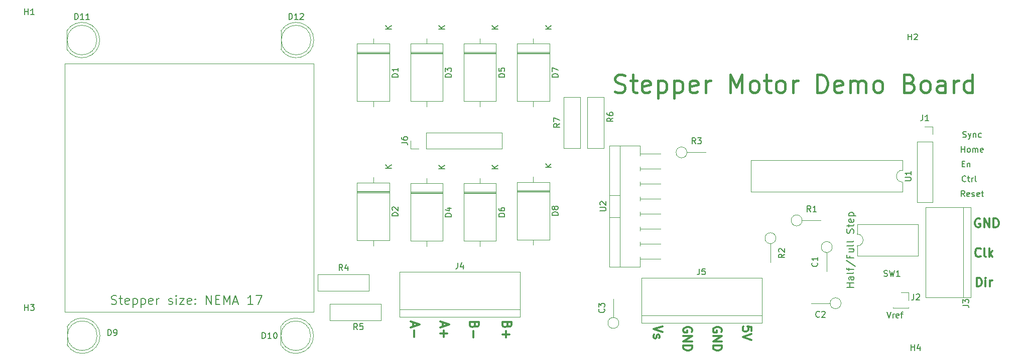
<source format=gto>
G04 #@! TF.GenerationSoftware,KiCad,Pcbnew,(6.0.11)*
G04 #@! TF.CreationDate,2023-02-08T22:03:16+00:00*
G04 #@! TF.ProjectId,StepperDemoPCB,53746570-7065-4724-9465-6d6f5043422e,rev?*
G04 #@! TF.SameCoordinates,Original*
G04 #@! TF.FileFunction,Legend,Top*
G04 #@! TF.FilePolarity,Positive*
%FSLAX46Y46*%
G04 Gerber Fmt 4.6, Leading zero omitted, Abs format (unit mm)*
G04 Created by KiCad (PCBNEW (6.0.11)) date 2023-02-08 22:03:16*
%MOMM*%
%LPD*%
G01*
G04 APERTURE LIST*
%ADD10C,0.300000*%
%ADD11C,0.150000*%
%ADD12C,0.450000*%
%ADD13C,0.120000*%
%ADD14C,24.500000*%
%ADD15C,4.500000*%
%ADD16O,1.700000X1.700000*%
%ADD17R,1.700000X1.700000*%
%ADD18C,7.500000*%
%ADD19C,1.600000*%
%ADD20C,1.400000*%
%ADD21O,1.400000X1.400000*%
%ADD22R,1.800000X1.800000*%
%ADD23C,1.800000*%
%ADD24R,3.200000X3.200000*%
%ADD25O,3.200000X3.200000*%
%ADD26R,3.000000X3.000000*%
%ADD27C,3.000000*%
%ADD28R,1.600000X1.600000*%
%ADD29O,1.600000X1.600000*%
%ADD30O,1.800000X1.800000*%
G04 APERTURE END LIST*
D10*
X200357142Y-74250000D02*
X200214285Y-74178571D01*
X200000000Y-74178571D01*
X199785714Y-74250000D01*
X199642857Y-74392857D01*
X199571428Y-74535714D01*
X199500000Y-74821428D01*
X199500000Y-75035714D01*
X199571428Y-75321428D01*
X199642857Y-75464285D01*
X199785714Y-75607142D01*
X200000000Y-75678571D01*
X200142857Y-75678571D01*
X200357142Y-75607142D01*
X200428571Y-75535714D01*
X200428571Y-75035714D01*
X200142857Y-75035714D01*
X201071428Y-75678571D02*
X201071428Y-74178571D01*
X201928571Y-75678571D01*
X201928571Y-74178571D01*
X202642857Y-75678571D02*
X202642857Y-74178571D01*
X203000000Y-74178571D01*
X203214285Y-74250000D01*
X203357142Y-74392857D01*
X203428571Y-74535714D01*
X203500000Y-74821428D01*
X203500000Y-75035714D01*
X203428571Y-75321428D01*
X203357142Y-75464285D01*
X203214285Y-75607142D01*
X203000000Y-75678571D01*
X202642857Y-75678571D01*
X200464285Y-80535714D02*
X200392857Y-80607142D01*
X200178571Y-80678571D01*
X200035714Y-80678571D01*
X199821428Y-80607142D01*
X199678571Y-80464285D01*
X199607142Y-80321428D01*
X199535714Y-80035714D01*
X199535714Y-79821428D01*
X199607142Y-79535714D01*
X199678571Y-79392857D01*
X199821428Y-79250000D01*
X200035714Y-79178571D01*
X200178571Y-79178571D01*
X200392857Y-79250000D01*
X200464285Y-79321428D01*
X201321428Y-80678571D02*
X201178571Y-80607142D01*
X201107142Y-80464285D01*
X201107142Y-79178571D01*
X201892857Y-80678571D02*
X201892857Y-79178571D01*
X202035714Y-80107142D02*
X202464285Y-80678571D01*
X202464285Y-79678571D02*
X201892857Y-80250000D01*
X115107142Y-92178571D02*
X115035714Y-92392857D01*
X114964285Y-92464285D01*
X114821428Y-92535714D01*
X114607142Y-92535714D01*
X114464285Y-92464285D01*
X114392857Y-92392857D01*
X114321428Y-92250000D01*
X114321428Y-91678571D01*
X115821428Y-91678571D01*
X115821428Y-92178571D01*
X115750000Y-92321428D01*
X115678571Y-92392857D01*
X115535714Y-92464285D01*
X115392857Y-92464285D01*
X115250000Y-92392857D01*
X115178571Y-92321428D01*
X115107142Y-92178571D01*
X115107142Y-91678571D01*
X114892857Y-93178571D02*
X114892857Y-94321428D01*
D11*
X184642857Y-89952380D02*
X184976190Y-90952380D01*
X185309523Y-89952380D01*
X185642857Y-90952380D02*
X185642857Y-90285714D01*
X185642857Y-90476190D02*
X185690476Y-90380952D01*
X185738095Y-90333333D01*
X185833333Y-90285714D01*
X185928571Y-90285714D01*
X186642857Y-90904761D02*
X186547619Y-90952380D01*
X186357142Y-90952380D01*
X186261904Y-90904761D01*
X186214285Y-90809523D01*
X186214285Y-90428571D01*
X186261904Y-90333333D01*
X186357142Y-90285714D01*
X186547619Y-90285714D01*
X186642857Y-90333333D01*
X186690476Y-90428571D01*
X186690476Y-90523809D01*
X186214285Y-90619047D01*
X186976190Y-90285714D02*
X187357142Y-90285714D01*
X187119047Y-90952380D02*
X187119047Y-90095238D01*
X187166666Y-90000000D01*
X187261904Y-89952380D01*
X187357142Y-89952380D01*
D10*
X109750000Y-91714285D02*
X109750000Y-92428571D01*
X109321428Y-91571428D02*
X110821428Y-92071428D01*
X109321428Y-92571428D01*
X109892857Y-93071428D02*
X109892857Y-94214285D01*
X109321428Y-93642857D02*
X110464285Y-93642857D01*
X104750000Y-91714285D02*
X104750000Y-92428571D01*
X104321428Y-91571428D02*
X105821428Y-92071428D01*
X104321428Y-92571428D01*
X104892857Y-93071428D02*
X104892857Y-94214285D01*
X120607142Y-92178571D02*
X120535714Y-92392857D01*
X120464285Y-92464285D01*
X120321428Y-92535714D01*
X120107142Y-92535714D01*
X119964285Y-92464285D01*
X119892857Y-92392857D01*
X119821428Y-92250000D01*
X119821428Y-91678571D01*
X121321428Y-91678571D01*
X121321428Y-92178571D01*
X121250000Y-92321428D01*
X121178571Y-92392857D01*
X121035714Y-92464285D01*
X120892857Y-92464285D01*
X120750000Y-92392857D01*
X120678571Y-92321428D01*
X120607142Y-92178571D01*
X120607142Y-91678571D01*
X120392857Y-93178571D02*
X120392857Y-94321428D01*
X119821428Y-93750000D02*
X120964285Y-93750000D01*
X146821428Y-92392857D02*
X145321428Y-92892857D01*
X146821428Y-93392857D01*
X145392857Y-93821428D02*
X145321428Y-93964285D01*
X145321428Y-94250000D01*
X145392857Y-94392857D01*
X145535714Y-94464285D01*
X145607142Y-94464285D01*
X145750000Y-94392857D01*
X145821428Y-94250000D01*
X145821428Y-94035714D01*
X145892857Y-93892857D01*
X146035714Y-93821428D01*
X146107142Y-93821428D01*
X146250000Y-93892857D01*
X146321428Y-94035714D01*
X146321428Y-94250000D01*
X146250000Y-94392857D01*
X161821428Y-93214285D02*
X161821428Y-92500000D01*
X161107142Y-92428571D01*
X161178571Y-92500000D01*
X161250000Y-92642857D01*
X161250000Y-93000000D01*
X161178571Y-93142857D01*
X161107142Y-93214285D01*
X160964285Y-93285714D01*
X160607142Y-93285714D01*
X160464285Y-93214285D01*
X160392857Y-93142857D01*
X160321428Y-93000000D01*
X160321428Y-92642857D01*
X160392857Y-92500000D01*
X160464285Y-92428571D01*
X161821428Y-93714285D02*
X160321428Y-94214285D01*
X161821428Y-94714285D01*
X156750000Y-93357142D02*
X156821428Y-93214285D01*
X156821428Y-93000000D01*
X156750000Y-92785714D01*
X156607142Y-92642857D01*
X156464285Y-92571428D01*
X156178571Y-92500000D01*
X155964285Y-92500000D01*
X155678571Y-92571428D01*
X155535714Y-92642857D01*
X155392857Y-92785714D01*
X155321428Y-93000000D01*
X155321428Y-93142857D01*
X155392857Y-93357142D01*
X155464285Y-93428571D01*
X155964285Y-93428571D01*
X155964285Y-93142857D01*
X155321428Y-94071428D02*
X156821428Y-94071428D01*
X155321428Y-94928571D01*
X156821428Y-94928571D01*
X155321428Y-95642857D02*
X156821428Y-95642857D01*
X156821428Y-96000000D01*
X156750000Y-96214285D01*
X156607142Y-96357142D01*
X156464285Y-96428571D01*
X156178571Y-96500000D01*
X155964285Y-96500000D01*
X155678571Y-96428571D01*
X155535714Y-96357142D01*
X155392857Y-96214285D01*
X155321428Y-96000000D01*
X155321428Y-95642857D01*
X151750000Y-93357142D02*
X151821428Y-93214285D01*
X151821428Y-93000000D01*
X151750000Y-92785714D01*
X151607142Y-92642857D01*
X151464285Y-92571428D01*
X151178571Y-92500000D01*
X150964285Y-92500000D01*
X150678571Y-92571428D01*
X150535714Y-92642857D01*
X150392857Y-92785714D01*
X150321428Y-93000000D01*
X150321428Y-93142857D01*
X150392857Y-93357142D01*
X150464285Y-93428571D01*
X150964285Y-93428571D01*
X150964285Y-93142857D01*
X150321428Y-94071428D02*
X151821428Y-94071428D01*
X150321428Y-94928571D01*
X151821428Y-94928571D01*
X150321428Y-95642857D02*
X151821428Y-95642857D01*
X151821428Y-96000000D01*
X151750000Y-96214285D01*
X151607142Y-96357142D01*
X151464285Y-96428571D01*
X151178571Y-96500000D01*
X150964285Y-96500000D01*
X150678571Y-96428571D01*
X150535714Y-96357142D01*
X150392857Y-96214285D01*
X150321428Y-96000000D01*
X150321428Y-95642857D01*
D12*
X138785714Y-52714285D02*
X139214285Y-52857142D01*
X139928571Y-52857142D01*
X140214285Y-52714285D01*
X140357142Y-52571428D01*
X140500000Y-52285714D01*
X140500000Y-52000000D01*
X140357142Y-51714285D01*
X140214285Y-51571428D01*
X139928571Y-51428571D01*
X139357142Y-51285714D01*
X139071428Y-51142857D01*
X138928571Y-51000000D01*
X138785714Y-50714285D01*
X138785714Y-50428571D01*
X138928571Y-50142857D01*
X139071428Y-50000000D01*
X139357142Y-49857142D01*
X140071428Y-49857142D01*
X140500000Y-50000000D01*
X141357142Y-50857142D02*
X142500000Y-50857142D01*
X141785714Y-49857142D02*
X141785714Y-52428571D01*
X141928571Y-52714285D01*
X142214285Y-52857142D01*
X142500000Y-52857142D01*
X144642857Y-52714285D02*
X144357142Y-52857142D01*
X143785714Y-52857142D01*
X143500000Y-52714285D01*
X143357142Y-52428571D01*
X143357142Y-51285714D01*
X143500000Y-51000000D01*
X143785714Y-50857142D01*
X144357142Y-50857142D01*
X144642857Y-51000000D01*
X144785714Y-51285714D01*
X144785714Y-51571428D01*
X143357142Y-51857142D01*
X146071428Y-50857142D02*
X146071428Y-53857142D01*
X146071428Y-51000000D02*
X146357142Y-50857142D01*
X146928571Y-50857142D01*
X147214285Y-51000000D01*
X147357142Y-51142857D01*
X147500000Y-51428571D01*
X147500000Y-52285714D01*
X147357142Y-52571428D01*
X147214285Y-52714285D01*
X146928571Y-52857142D01*
X146357142Y-52857142D01*
X146071428Y-52714285D01*
X148785714Y-50857142D02*
X148785714Y-53857142D01*
X148785714Y-51000000D02*
X149071428Y-50857142D01*
X149642857Y-50857142D01*
X149928571Y-51000000D01*
X150071428Y-51142857D01*
X150214285Y-51428571D01*
X150214285Y-52285714D01*
X150071428Y-52571428D01*
X149928571Y-52714285D01*
X149642857Y-52857142D01*
X149071428Y-52857142D01*
X148785714Y-52714285D01*
X152642857Y-52714285D02*
X152357142Y-52857142D01*
X151785714Y-52857142D01*
X151500000Y-52714285D01*
X151357142Y-52428571D01*
X151357142Y-51285714D01*
X151500000Y-51000000D01*
X151785714Y-50857142D01*
X152357142Y-50857142D01*
X152642857Y-51000000D01*
X152785714Y-51285714D01*
X152785714Y-51571428D01*
X151357142Y-51857142D01*
X154071428Y-52857142D02*
X154071428Y-50857142D01*
X154071428Y-51428571D02*
X154214285Y-51142857D01*
X154357142Y-51000000D01*
X154642857Y-50857142D01*
X154928571Y-50857142D01*
X158214285Y-52857142D02*
X158214285Y-49857142D01*
X159214285Y-52000000D01*
X160214285Y-49857142D01*
X160214285Y-52857142D01*
X162071428Y-52857142D02*
X161785714Y-52714285D01*
X161642857Y-52571428D01*
X161500000Y-52285714D01*
X161500000Y-51428571D01*
X161642857Y-51142857D01*
X161785714Y-51000000D01*
X162071428Y-50857142D01*
X162500000Y-50857142D01*
X162785714Y-51000000D01*
X162928571Y-51142857D01*
X163071428Y-51428571D01*
X163071428Y-52285714D01*
X162928571Y-52571428D01*
X162785714Y-52714285D01*
X162500000Y-52857142D01*
X162071428Y-52857142D01*
X163928571Y-50857142D02*
X165071428Y-50857142D01*
X164357142Y-49857142D02*
X164357142Y-52428571D01*
X164500000Y-52714285D01*
X164785714Y-52857142D01*
X165071428Y-52857142D01*
X166499999Y-52857142D02*
X166214285Y-52714285D01*
X166071428Y-52571428D01*
X165928571Y-52285714D01*
X165928571Y-51428571D01*
X166071428Y-51142857D01*
X166214285Y-51000000D01*
X166499999Y-50857142D01*
X166928571Y-50857142D01*
X167214285Y-51000000D01*
X167357142Y-51142857D01*
X167499999Y-51428571D01*
X167499999Y-52285714D01*
X167357142Y-52571428D01*
X167214285Y-52714285D01*
X166928571Y-52857142D01*
X166499999Y-52857142D01*
X168785714Y-52857142D02*
X168785714Y-50857142D01*
X168785714Y-51428571D02*
X168928571Y-51142857D01*
X169071428Y-51000000D01*
X169357142Y-50857142D01*
X169642857Y-50857142D01*
X172928571Y-52857142D02*
X172928571Y-49857142D01*
X173642857Y-49857142D01*
X174071428Y-50000000D01*
X174357142Y-50285714D01*
X174499999Y-50571428D01*
X174642857Y-51142857D01*
X174642857Y-51571428D01*
X174499999Y-52142857D01*
X174357142Y-52428571D01*
X174071428Y-52714285D01*
X173642857Y-52857142D01*
X172928571Y-52857142D01*
X177071428Y-52714285D02*
X176785714Y-52857142D01*
X176214285Y-52857142D01*
X175928571Y-52714285D01*
X175785714Y-52428571D01*
X175785714Y-51285714D01*
X175928571Y-51000000D01*
X176214285Y-50857142D01*
X176785714Y-50857142D01*
X177071428Y-51000000D01*
X177214285Y-51285714D01*
X177214285Y-51571428D01*
X175785714Y-51857142D01*
X178500000Y-52857142D02*
X178500000Y-50857142D01*
X178500000Y-51142857D02*
X178642857Y-51000000D01*
X178928571Y-50857142D01*
X179357142Y-50857142D01*
X179642857Y-51000000D01*
X179785714Y-51285714D01*
X179785714Y-52857142D01*
X179785714Y-51285714D02*
X179928571Y-51000000D01*
X180214285Y-50857142D01*
X180642857Y-50857142D01*
X180928571Y-51000000D01*
X181071428Y-51285714D01*
X181071428Y-52857142D01*
X182928571Y-52857142D02*
X182642857Y-52714285D01*
X182500000Y-52571428D01*
X182357142Y-52285714D01*
X182357142Y-51428571D01*
X182500000Y-51142857D01*
X182642857Y-51000000D01*
X182928571Y-50857142D01*
X183357142Y-50857142D01*
X183642857Y-51000000D01*
X183785714Y-51142857D01*
X183928571Y-51428571D01*
X183928571Y-52285714D01*
X183785714Y-52571428D01*
X183642857Y-52714285D01*
X183357142Y-52857142D01*
X182928571Y-52857142D01*
X188500000Y-51285714D02*
X188928571Y-51428571D01*
X189071428Y-51571428D01*
X189214285Y-51857142D01*
X189214285Y-52285714D01*
X189071428Y-52571428D01*
X188928571Y-52714285D01*
X188642857Y-52857142D01*
X187500000Y-52857142D01*
X187500000Y-49857142D01*
X188500000Y-49857142D01*
X188785714Y-50000000D01*
X188928571Y-50142857D01*
X189071428Y-50428571D01*
X189071428Y-50714285D01*
X188928571Y-51000000D01*
X188785714Y-51142857D01*
X188500000Y-51285714D01*
X187500000Y-51285714D01*
X190928571Y-52857142D02*
X190642857Y-52714285D01*
X190500000Y-52571428D01*
X190357142Y-52285714D01*
X190357142Y-51428571D01*
X190500000Y-51142857D01*
X190642857Y-51000000D01*
X190928571Y-50857142D01*
X191357142Y-50857142D01*
X191642857Y-51000000D01*
X191785714Y-51142857D01*
X191928571Y-51428571D01*
X191928571Y-52285714D01*
X191785714Y-52571428D01*
X191642857Y-52714285D01*
X191357142Y-52857142D01*
X190928571Y-52857142D01*
X194500000Y-52857142D02*
X194500000Y-51285714D01*
X194357142Y-51000000D01*
X194071428Y-50857142D01*
X193500000Y-50857142D01*
X193214285Y-51000000D01*
X194500000Y-52714285D02*
X194214285Y-52857142D01*
X193500000Y-52857142D01*
X193214285Y-52714285D01*
X193071428Y-52428571D01*
X193071428Y-52142857D01*
X193214285Y-51857142D01*
X193500000Y-51714285D01*
X194214285Y-51714285D01*
X194500000Y-51571428D01*
X195928571Y-52857142D02*
X195928571Y-50857142D01*
X195928571Y-51428571D02*
X196071428Y-51142857D01*
X196214285Y-51000000D01*
X196500000Y-50857142D01*
X196785714Y-50857142D01*
X199071428Y-52857142D02*
X199071428Y-49857142D01*
X199071428Y-52714285D02*
X198785714Y-52857142D01*
X198214285Y-52857142D01*
X197928571Y-52714285D01*
X197785714Y-52571428D01*
X197642857Y-52285714D01*
X197642857Y-51428571D01*
X197785714Y-51142857D01*
X197928571Y-51000000D01*
X198214285Y-50857142D01*
X198785714Y-50857142D01*
X199071428Y-51000000D01*
D11*
X197761904Y-70452380D02*
X197428571Y-69976190D01*
X197190476Y-70452380D02*
X197190476Y-69452380D01*
X197571428Y-69452380D01*
X197666666Y-69500000D01*
X197714285Y-69547619D01*
X197761904Y-69642857D01*
X197761904Y-69785714D01*
X197714285Y-69880952D01*
X197666666Y-69928571D01*
X197571428Y-69976190D01*
X197190476Y-69976190D01*
X198571428Y-70404761D02*
X198476190Y-70452380D01*
X198285714Y-70452380D01*
X198190476Y-70404761D01*
X198142857Y-70309523D01*
X198142857Y-69928571D01*
X198190476Y-69833333D01*
X198285714Y-69785714D01*
X198476190Y-69785714D01*
X198571428Y-69833333D01*
X198619047Y-69928571D01*
X198619047Y-70023809D01*
X198142857Y-70119047D01*
X199000000Y-70404761D02*
X199095238Y-70452380D01*
X199285714Y-70452380D01*
X199380952Y-70404761D01*
X199428571Y-70309523D01*
X199428571Y-70261904D01*
X199380952Y-70166666D01*
X199285714Y-70119047D01*
X199142857Y-70119047D01*
X199047619Y-70071428D01*
X199000000Y-69976190D01*
X199000000Y-69928571D01*
X199047619Y-69833333D01*
X199142857Y-69785714D01*
X199285714Y-69785714D01*
X199380952Y-69833333D01*
X200238095Y-70404761D02*
X200142857Y-70452380D01*
X199952380Y-70452380D01*
X199857142Y-70404761D01*
X199809523Y-70309523D01*
X199809523Y-69928571D01*
X199857142Y-69833333D01*
X199952380Y-69785714D01*
X200142857Y-69785714D01*
X200238095Y-69833333D01*
X200285714Y-69928571D01*
X200285714Y-70023809D01*
X199809523Y-70119047D01*
X200571428Y-69785714D02*
X200952380Y-69785714D01*
X200714285Y-69452380D02*
X200714285Y-70309523D01*
X200761904Y-70404761D01*
X200857142Y-70452380D01*
X200952380Y-70452380D01*
X197952380Y-67857142D02*
X197904761Y-67904761D01*
X197761904Y-67952380D01*
X197666666Y-67952380D01*
X197523809Y-67904761D01*
X197428571Y-67809523D01*
X197380952Y-67714285D01*
X197333333Y-67523809D01*
X197333333Y-67380952D01*
X197380952Y-67190476D01*
X197428571Y-67095238D01*
X197523809Y-67000000D01*
X197666666Y-66952380D01*
X197761904Y-66952380D01*
X197904761Y-67000000D01*
X197952380Y-67047619D01*
X198238095Y-67285714D02*
X198619047Y-67285714D01*
X198380952Y-66952380D02*
X198380952Y-67809523D01*
X198428571Y-67904761D01*
X198523809Y-67952380D01*
X198619047Y-67952380D01*
X198952380Y-67952380D02*
X198952380Y-67285714D01*
X198952380Y-67476190D02*
X199000000Y-67380952D01*
X199047619Y-67333333D01*
X199142857Y-67285714D01*
X199238095Y-67285714D01*
X199714285Y-67952380D02*
X199619047Y-67904761D01*
X199571428Y-67809523D01*
X199571428Y-66952380D01*
X197333333Y-64928571D02*
X197666666Y-64928571D01*
X197809523Y-65452380D02*
X197333333Y-65452380D01*
X197333333Y-64452380D01*
X197809523Y-64452380D01*
X198238095Y-64785714D02*
X198238095Y-65452380D01*
X198238095Y-64880952D02*
X198285714Y-64833333D01*
X198380952Y-64785714D01*
X198523809Y-64785714D01*
X198619047Y-64833333D01*
X198666666Y-64928571D01*
X198666666Y-65452380D01*
X197166666Y-62952380D02*
X197166666Y-61952380D01*
X197166666Y-62428571D02*
X197738095Y-62428571D01*
X197738095Y-62952380D02*
X197738095Y-61952380D01*
X198357142Y-62952380D02*
X198261904Y-62904761D01*
X198214285Y-62857142D01*
X198166666Y-62761904D01*
X198166666Y-62476190D01*
X198214285Y-62380952D01*
X198261904Y-62333333D01*
X198357142Y-62285714D01*
X198500000Y-62285714D01*
X198595238Y-62333333D01*
X198642857Y-62380952D01*
X198690476Y-62476190D01*
X198690476Y-62761904D01*
X198642857Y-62857142D01*
X198595238Y-62904761D01*
X198500000Y-62952380D01*
X198357142Y-62952380D01*
X199119047Y-62952380D02*
X199119047Y-62285714D01*
X199119047Y-62380952D02*
X199166666Y-62333333D01*
X199261904Y-62285714D01*
X199404761Y-62285714D01*
X199500000Y-62333333D01*
X199547619Y-62428571D01*
X199547619Y-62952380D01*
X199547619Y-62428571D02*
X199595238Y-62333333D01*
X199690476Y-62285714D01*
X199833333Y-62285714D01*
X199928571Y-62333333D01*
X199976190Y-62428571D01*
X199976190Y-62952380D01*
X200833333Y-62904761D02*
X200738095Y-62952380D01*
X200547619Y-62952380D01*
X200452380Y-62904761D01*
X200404761Y-62809523D01*
X200404761Y-62428571D01*
X200452380Y-62333333D01*
X200547619Y-62285714D01*
X200738095Y-62285714D01*
X200833333Y-62333333D01*
X200880952Y-62428571D01*
X200880952Y-62523809D01*
X200404761Y-62619047D01*
X197452380Y-60404761D02*
X197595238Y-60452380D01*
X197833333Y-60452380D01*
X197928571Y-60404761D01*
X197976190Y-60357142D01*
X198023809Y-60261904D01*
X198023809Y-60166666D01*
X197976190Y-60071428D01*
X197928571Y-60023809D01*
X197833333Y-59976190D01*
X197642857Y-59928571D01*
X197547619Y-59880952D01*
X197500000Y-59833333D01*
X197452380Y-59738095D01*
X197452380Y-59642857D01*
X197500000Y-59547619D01*
X197547619Y-59500000D01*
X197642857Y-59452380D01*
X197880952Y-59452380D01*
X198023809Y-59500000D01*
X198357142Y-59785714D02*
X198595238Y-60452380D01*
X198833333Y-59785714D02*
X198595238Y-60452380D01*
X198500000Y-60690476D01*
X198452380Y-60738095D01*
X198357142Y-60785714D01*
X199214285Y-59785714D02*
X199214285Y-60452380D01*
X199214285Y-59880952D02*
X199261904Y-59833333D01*
X199357142Y-59785714D01*
X199500000Y-59785714D01*
X199595238Y-59833333D01*
X199642857Y-59928571D01*
X199642857Y-60452380D01*
X200547619Y-60404761D02*
X200452380Y-60452380D01*
X200261904Y-60452380D01*
X200166666Y-60404761D01*
X200119047Y-60357142D01*
X200071428Y-60261904D01*
X200071428Y-59976190D01*
X200119047Y-59880952D01*
X200166666Y-59833333D01*
X200261904Y-59785714D01*
X200452380Y-59785714D01*
X200547619Y-59833333D01*
D10*
X199785714Y-85678571D02*
X199785714Y-84178571D01*
X200142857Y-84178571D01*
X200357142Y-84250000D01*
X200500000Y-84392857D01*
X200571428Y-84535714D01*
X200642857Y-84821428D01*
X200642857Y-85035714D01*
X200571428Y-85321428D01*
X200500000Y-85464285D01*
X200357142Y-85607142D01*
X200142857Y-85678571D01*
X199785714Y-85678571D01*
X201285714Y-85678571D02*
X201285714Y-84678571D01*
X201285714Y-84178571D02*
X201214285Y-84250000D01*
X201285714Y-84321428D01*
X201357142Y-84250000D01*
X201285714Y-84178571D01*
X201285714Y-84321428D01*
X202000000Y-85678571D02*
X202000000Y-84678571D01*
X202000000Y-84964285D02*
X202071428Y-84821428D01*
X202142857Y-84750000D01*
X202285714Y-84678571D01*
X202428571Y-84678571D01*
D11*
X179042857Y-85785714D02*
X177842857Y-85785714D01*
X178414285Y-85785714D02*
X178414285Y-85100000D01*
X179042857Y-85100000D02*
X177842857Y-85100000D01*
X179042857Y-84014285D02*
X178414285Y-84014285D01*
X178300000Y-84071428D01*
X178242857Y-84185714D01*
X178242857Y-84414285D01*
X178300000Y-84528571D01*
X178985714Y-84014285D02*
X179042857Y-84128571D01*
X179042857Y-84414285D01*
X178985714Y-84528571D01*
X178871428Y-84585714D01*
X178757142Y-84585714D01*
X178642857Y-84528571D01*
X178585714Y-84414285D01*
X178585714Y-84128571D01*
X178528571Y-84014285D01*
X179042857Y-83271428D02*
X178985714Y-83385714D01*
X178871428Y-83442857D01*
X177842857Y-83442857D01*
X178242857Y-82985714D02*
X178242857Y-82528571D01*
X179042857Y-82814285D02*
X178014285Y-82814285D01*
X177900000Y-82757142D01*
X177842857Y-82642857D01*
X177842857Y-82528571D01*
X177785714Y-81271428D02*
X179328571Y-82300000D01*
X178414285Y-80471428D02*
X178414285Y-80871428D01*
X179042857Y-80871428D02*
X177842857Y-80871428D01*
X177842857Y-80300000D01*
X178242857Y-79328571D02*
X179042857Y-79328571D01*
X178242857Y-79842857D02*
X178871428Y-79842857D01*
X178985714Y-79785714D01*
X179042857Y-79671428D01*
X179042857Y-79500000D01*
X178985714Y-79385714D01*
X178928571Y-79328571D01*
X179042857Y-78585714D02*
X178985714Y-78700000D01*
X178871428Y-78757142D01*
X177842857Y-78757142D01*
X179042857Y-77957142D02*
X178985714Y-78071428D01*
X178871428Y-78128571D01*
X177842857Y-78128571D01*
X178985714Y-76642857D02*
X179042857Y-76471428D01*
X179042857Y-76185714D01*
X178985714Y-76071428D01*
X178928571Y-76014285D01*
X178814285Y-75957142D01*
X178700000Y-75957142D01*
X178585714Y-76014285D01*
X178528571Y-76071428D01*
X178471428Y-76185714D01*
X178414285Y-76414285D01*
X178357142Y-76528571D01*
X178300000Y-76585714D01*
X178185714Y-76642857D01*
X178071428Y-76642857D01*
X177957142Y-76585714D01*
X177900000Y-76528571D01*
X177842857Y-76414285D01*
X177842857Y-76128571D01*
X177900000Y-75957142D01*
X178242857Y-75614285D02*
X178242857Y-75157142D01*
X177842857Y-75442857D02*
X178871428Y-75442857D01*
X178985714Y-75385714D01*
X179042857Y-75271428D01*
X179042857Y-75157142D01*
X178985714Y-74300000D02*
X179042857Y-74414285D01*
X179042857Y-74642857D01*
X178985714Y-74757142D01*
X178871428Y-74814285D01*
X178414285Y-74814285D01*
X178300000Y-74757142D01*
X178242857Y-74642857D01*
X178242857Y-74414285D01*
X178300000Y-74300000D01*
X178414285Y-74242857D01*
X178528571Y-74242857D01*
X178642857Y-74814285D01*
X178242857Y-73728571D02*
X179442857Y-73728571D01*
X178300000Y-73728571D02*
X178242857Y-73614285D01*
X178242857Y-73385714D01*
X178300000Y-73271428D01*
X178357142Y-73214285D01*
X178471428Y-73157142D01*
X178814285Y-73157142D01*
X178928571Y-73214285D01*
X178985714Y-73271428D01*
X179042857Y-73385714D01*
X179042857Y-73614285D01*
X178985714Y-73728571D01*
X53857142Y-88607142D02*
X54071428Y-88678571D01*
X54428571Y-88678571D01*
X54571428Y-88607142D01*
X54642857Y-88535714D01*
X54714285Y-88392857D01*
X54714285Y-88250000D01*
X54642857Y-88107142D01*
X54571428Y-88035714D01*
X54428571Y-87964285D01*
X54142857Y-87892857D01*
X53999999Y-87821428D01*
X53928571Y-87750000D01*
X53857142Y-87607142D01*
X53857142Y-87464285D01*
X53928571Y-87321428D01*
X53999999Y-87250000D01*
X54142857Y-87178571D01*
X54499999Y-87178571D01*
X54714285Y-87250000D01*
X55142857Y-87678571D02*
X55714285Y-87678571D01*
X55357142Y-87178571D02*
X55357142Y-88464285D01*
X55428571Y-88607142D01*
X55571428Y-88678571D01*
X55714285Y-88678571D01*
X56785714Y-88607142D02*
X56642857Y-88678571D01*
X56357142Y-88678571D01*
X56214285Y-88607142D01*
X56142857Y-88464285D01*
X56142857Y-87892857D01*
X56214285Y-87750000D01*
X56357142Y-87678571D01*
X56642857Y-87678571D01*
X56785714Y-87750000D01*
X56857142Y-87892857D01*
X56857142Y-88035714D01*
X56142857Y-88178571D01*
X57499999Y-87678571D02*
X57499999Y-89178571D01*
X57499999Y-87750000D02*
X57642857Y-87678571D01*
X57928571Y-87678571D01*
X58071428Y-87750000D01*
X58142857Y-87821428D01*
X58214285Y-87964285D01*
X58214285Y-88392857D01*
X58142857Y-88535714D01*
X58071428Y-88607142D01*
X57928571Y-88678571D01*
X57642857Y-88678571D01*
X57499999Y-88607142D01*
X58857142Y-87678571D02*
X58857142Y-89178571D01*
X58857142Y-87750000D02*
X58999999Y-87678571D01*
X59285714Y-87678571D01*
X59428571Y-87750000D01*
X59499999Y-87821428D01*
X59571428Y-87964285D01*
X59571428Y-88392857D01*
X59499999Y-88535714D01*
X59428571Y-88607142D01*
X59285714Y-88678571D01*
X58999999Y-88678571D01*
X58857142Y-88607142D01*
X60785714Y-88607142D02*
X60642857Y-88678571D01*
X60357142Y-88678571D01*
X60214285Y-88607142D01*
X60142857Y-88464285D01*
X60142857Y-87892857D01*
X60214285Y-87750000D01*
X60357142Y-87678571D01*
X60642857Y-87678571D01*
X60785714Y-87750000D01*
X60857142Y-87892857D01*
X60857142Y-88035714D01*
X60142857Y-88178571D01*
X61499999Y-88678571D02*
X61499999Y-87678571D01*
X61499999Y-87964285D02*
X61571428Y-87821428D01*
X61642857Y-87750000D01*
X61785714Y-87678571D01*
X61928571Y-87678571D01*
X63499999Y-88607142D02*
X63642857Y-88678571D01*
X63928571Y-88678571D01*
X64071428Y-88607142D01*
X64142857Y-88464285D01*
X64142857Y-88392857D01*
X64071428Y-88250000D01*
X63928571Y-88178571D01*
X63714285Y-88178571D01*
X63571428Y-88107142D01*
X63499999Y-87964285D01*
X63499999Y-87892857D01*
X63571428Y-87750000D01*
X63714285Y-87678571D01*
X63928571Y-87678571D01*
X64071428Y-87750000D01*
X64785714Y-88678571D02*
X64785714Y-87678571D01*
X64785714Y-87178571D02*
X64714285Y-87250000D01*
X64785714Y-87321428D01*
X64857142Y-87250000D01*
X64785714Y-87178571D01*
X64785714Y-87321428D01*
X65357142Y-87678571D02*
X66142857Y-87678571D01*
X65357142Y-88678571D01*
X66142857Y-88678571D01*
X67285714Y-88607142D02*
X67142857Y-88678571D01*
X66857142Y-88678571D01*
X66714285Y-88607142D01*
X66642857Y-88464285D01*
X66642857Y-87892857D01*
X66714285Y-87750000D01*
X66857142Y-87678571D01*
X67142857Y-87678571D01*
X67285714Y-87750000D01*
X67357142Y-87892857D01*
X67357142Y-88035714D01*
X66642857Y-88178571D01*
X68000000Y-88535714D02*
X68071428Y-88607142D01*
X68000000Y-88678571D01*
X67928571Y-88607142D01*
X68000000Y-88535714D01*
X68000000Y-88678571D01*
X68000000Y-87750000D02*
X68071428Y-87821428D01*
X68000000Y-87892857D01*
X67928571Y-87821428D01*
X68000000Y-87750000D01*
X68000000Y-87892857D01*
X69857142Y-88678571D02*
X69857142Y-87178571D01*
X70714285Y-88678571D01*
X70714285Y-87178571D01*
X71428571Y-87892857D02*
X71928571Y-87892857D01*
X72142857Y-88678571D02*
X71428571Y-88678571D01*
X71428571Y-87178571D01*
X72142857Y-87178571D01*
X72785714Y-88678571D02*
X72785714Y-87178571D01*
X73285714Y-88250000D01*
X73785714Y-87178571D01*
X73785714Y-88678571D01*
X74428571Y-88250000D02*
X75142857Y-88250000D01*
X74285714Y-88678571D02*
X74785714Y-87178571D01*
X75285714Y-88678571D01*
X77714285Y-88678571D02*
X76857142Y-88678571D01*
X77285714Y-88678571D02*
X77285714Y-87178571D01*
X77142857Y-87392857D01*
X77000000Y-87535714D01*
X76857142Y-87607142D01*
X78214285Y-87178571D02*
X79214285Y-87178571D01*
X78571428Y-88678571D01*
X102772380Y-61333333D02*
X103486666Y-61333333D01*
X103629523Y-61380952D01*
X103724761Y-61476190D01*
X103772380Y-61619047D01*
X103772380Y-61714285D01*
X102772380Y-60428571D02*
X102772380Y-60619047D01*
X102820000Y-60714285D01*
X102867619Y-60761904D01*
X103010476Y-60857142D01*
X103200952Y-60904761D01*
X103581904Y-60904761D01*
X103677142Y-60857142D01*
X103724761Y-60809523D01*
X103772380Y-60714285D01*
X103772380Y-60523809D01*
X103724761Y-60428571D01*
X103677142Y-60380952D01*
X103581904Y-60333333D01*
X103343809Y-60333333D01*
X103248571Y-60380952D01*
X103200952Y-60428571D01*
X103153333Y-60523809D01*
X103153333Y-60714285D01*
X103200952Y-60809523D01*
X103248571Y-60857142D01*
X103343809Y-60904761D01*
X188738095Y-96452380D02*
X188738095Y-95452380D01*
X188738095Y-95928571D02*
X189309523Y-95928571D01*
X189309523Y-96452380D02*
X189309523Y-95452380D01*
X190214285Y-95785714D02*
X190214285Y-96452380D01*
X189976190Y-95404761D02*
X189738095Y-96119047D01*
X190357142Y-96119047D01*
X39238095Y-89702380D02*
X39238095Y-88702380D01*
X39238095Y-89178571D02*
X39809523Y-89178571D01*
X39809523Y-89702380D02*
X39809523Y-88702380D01*
X40190476Y-88702380D02*
X40809523Y-88702380D01*
X40476190Y-89083333D01*
X40619047Y-89083333D01*
X40714285Y-89130952D01*
X40761904Y-89178571D01*
X40809523Y-89273809D01*
X40809523Y-89511904D01*
X40761904Y-89607142D01*
X40714285Y-89654761D01*
X40619047Y-89702380D01*
X40333333Y-89702380D01*
X40238095Y-89654761D01*
X40190476Y-89607142D01*
X188238095Y-43952380D02*
X188238095Y-42952380D01*
X188238095Y-43428571D02*
X188809523Y-43428571D01*
X188809523Y-43952380D02*
X188809523Y-42952380D01*
X189238095Y-43047619D02*
X189285714Y-43000000D01*
X189380952Y-42952380D01*
X189619047Y-42952380D01*
X189714285Y-43000000D01*
X189761904Y-43047619D01*
X189809523Y-43142857D01*
X189809523Y-43238095D01*
X189761904Y-43380952D01*
X189190476Y-43952380D01*
X189809523Y-43952380D01*
X39238095Y-39702380D02*
X39238095Y-38702380D01*
X39238095Y-39178571D02*
X39809523Y-39178571D01*
X39809523Y-39702380D02*
X39809523Y-38702380D01*
X40809523Y-39702380D02*
X40238095Y-39702380D01*
X40523809Y-39702380D02*
X40523809Y-38702380D01*
X40428571Y-38845238D01*
X40333333Y-38940476D01*
X40238095Y-38988095D01*
X95333333Y-92952380D02*
X95000000Y-92476190D01*
X94761904Y-92952380D02*
X94761904Y-91952380D01*
X95142857Y-91952380D01*
X95238095Y-92000000D01*
X95285714Y-92047619D01*
X95333333Y-92142857D01*
X95333333Y-92285714D01*
X95285714Y-92380952D01*
X95238095Y-92428571D01*
X95142857Y-92476190D01*
X94761904Y-92476190D01*
X96238095Y-91952380D02*
X95761904Y-91952380D01*
X95714285Y-92428571D01*
X95761904Y-92380952D01*
X95857142Y-92333333D01*
X96095238Y-92333333D01*
X96190476Y-92380952D01*
X96238095Y-92428571D01*
X96285714Y-92523809D01*
X96285714Y-92761904D01*
X96238095Y-92857142D01*
X96190476Y-92904761D01*
X96095238Y-92952380D01*
X95857142Y-92952380D01*
X95761904Y-92904761D01*
X95714285Y-92857142D01*
X171793333Y-73032380D02*
X171460000Y-72556190D01*
X171221904Y-73032380D02*
X171221904Y-72032380D01*
X171602857Y-72032380D01*
X171698095Y-72080000D01*
X171745714Y-72127619D01*
X171793333Y-72222857D01*
X171793333Y-72365714D01*
X171745714Y-72460952D01*
X171698095Y-72508571D01*
X171602857Y-72556190D01*
X171221904Y-72556190D01*
X172745714Y-73032380D02*
X172174285Y-73032380D01*
X172460000Y-73032380D02*
X172460000Y-72032380D01*
X172364761Y-72175238D01*
X172269523Y-72270476D01*
X172174285Y-72318095D01*
X53261904Y-93952380D02*
X53261904Y-92952380D01*
X53500000Y-92952380D01*
X53642857Y-93000000D01*
X53738095Y-93095238D01*
X53785714Y-93190476D01*
X53833333Y-93380952D01*
X53833333Y-93523809D01*
X53785714Y-93714285D01*
X53738095Y-93809523D01*
X53642857Y-93904761D01*
X53500000Y-93952380D01*
X53261904Y-93952380D01*
X54309523Y-93952380D02*
X54500000Y-93952380D01*
X54595238Y-93904761D01*
X54642857Y-93857142D01*
X54738095Y-93714285D01*
X54785714Y-93523809D01*
X54785714Y-93142857D01*
X54738095Y-93047619D01*
X54690476Y-93000000D01*
X54595238Y-92952380D01*
X54404761Y-92952380D01*
X54309523Y-93000000D01*
X54261904Y-93047619D01*
X54214285Y-93142857D01*
X54214285Y-93380952D01*
X54261904Y-93476190D01*
X54309523Y-93523809D01*
X54404761Y-93571428D01*
X54595238Y-93571428D01*
X54690476Y-93523809D01*
X54738095Y-93476190D01*
X54785714Y-93380952D01*
X138452380Y-57166666D02*
X137976190Y-57500000D01*
X138452380Y-57738095D02*
X137452380Y-57738095D01*
X137452380Y-57357142D01*
X137500000Y-57261904D01*
X137547619Y-57214285D01*
X137642857Y-57166666D01*
X137785714Y-57166666D01*
X137880952Y-57214285D01*
X137928571Y-57261904D01*
X137976190Y-57357142D01*
X137976190Y-57738095D01*
X137452380Y-56309523D02*
X137452380Y-56500000D01*
X137500000Y-56595238D01*
X137547619Y-56642857D01*
X137690476Y-56738095D01*
X137880952Y-56785714D01*
X138261904Y-56785714D01*
X138357142Y-56738095D01*
X138404761Y-56690476D01*
X138452380Y-56595238D01*
X138452380Y-56404761D01*
X138404761Y-56309523D01*
X138357142Y-56261904D01*
X138261904Y-56214285D01*
X138023809Y-56214285D01*
X137928571Y-56261904D01*
X137880952Y-56309523D01*
X137833333Y-56404761D01*
X137833333Y-56595238D01*
X137880952Y-56690476D01*
X137928571Y-56738095D01*
X138023809Y-56785714D01*
X190691666Y-56632380D02*
X190691666Y-57346666D01*
X190644047Y-57489523D01*
X190548809Y-57584761D01*
X190405952Y-57632380D01*
X190310714Y-57632380D01*
X191691666Y-57632380D02*
X191120238Y-57632380D01*
X191405952Y-57632380D02*
X191405952Y-56632380D01*
X191310714Y-56775238D01*
X191215476Y-56870476D01*
X191120238Y-56918095D01*
X189166666Y-86952380D02*
X189166666Y-87666666D01*
X189119047Y-87809523D01*
X189023809Y-87904761D01*
X188880952Y-87952380D01*
X188785714Y-87952380D01*
X189595238Y-87047619D02*
X189642857Y-87000000D01*
X189738095Y-86952380D01*
X189976190Y-86952380D01*
X190071428Y-87000000D01*
X190119047Y-87047619D01*
X190166666Y-87142857D01*
X190166666Y-87238095D01*
X190119047Y-87380952D01*
X189547619Y-87952380D01*
X190166666Y-87952380D01*
X129432380Y-58126666D02*
X128956190Y-58460000D01*
X129432380Y-58698095D02*
X128432380Y-58698095D01*
X128432380Y-58317142D01*
X128480000Y-58221904D01*
X128527619Y-58174285D01*
X128622857Y-58126666D01*
X128765714Y-58126666D01*
X128860952Y-58174285D01*
X128908571Y-58221904D01*
X128956190Y-58317142D01*
X128956190Y-58698095D01*
X128432380Y-57793333D02*
X128432380Y-57126666D01*
X129432380Y-57555238D01*
X173283333Y-90777142D02*
X173235714Y-90824761D01*
X173092857Y-90872380D01*
X172997619Y-90872380D01*
X172854761Y-90824761D01*
X172759523Y-90729523D01*
X172711904Y-90634285D01*
X172664285Y-90443809D01*
X172664285Y-90300952D01*
X172711904Y-90110476D01*
X172759523Y-90015238D01*
X172854761Y-89920000D01*
X172997619Y-89872380D01*
X173092857Y-89872380D01*
X173235714Y-89920000D01*
X173283333Y-89967619D01*
X173664285Y-89967619D02*
X173711904Y-89920000D01*
X173807142Y-89872380D01*
X174045238Y-89872380D01*
X174140476Y-89920000D01*
X174188095Y-89967619D01*
X174235714Y-90062857D01*
X174235714Y-90158095D01*
X174188095Y-90300952D01*
X173616666Y-90872380D01*
X174235714Y-90872380D01*
X102172380Y-73738095D02*
X101172380Y-73738095D01*
X101172380Y-73500000D01*
X101220000Y-73357142D01*
X101315238Y-73261904D01*
X101410476Y-73214285D01*
X101600952Y-73166666D01*
X101743809Y-73166666D01*
X101934285Y-73214285D01*
X102029523Y-73261904D01*
X102124761Y-73357142D01*
X102172380Y-73500000D01*
X102172380Y-73738095D01*
X101267619Y-72785714D02*
X101220000Y-72738095D01*
X101172380Y-72642857D01*
X101172380Y-72404761D01*
X101220000Y-72309523D01*
X101267619Y-72261904D01*
X101362857Y-72214285D01*
X101458095Y-72214285D01*
X101600952Y-72261904D01*
X102172380Y-72833333D01*
X102172380Y-72214285D01*
X101052380Y-65641904D02*
X100052380Y-65641904D01*
X101052380Y-65070476D02*
X100480952Y-65499047D01*
X100052380Y-65070476D02*
X100623809Y-65641904D01*
X129172380Y-73618095D02*
X128172380Y-73618095D01*
X128172380Y-73380000D01*
X128220000Y-73237142D01*
X128315238Y-73141904D01*
X128410476Y-73094285D01*
X128600952Y-73046666D01*
X128743809Y-73046666D01*
X128934285Y-73094285D01*
X129029523Y-73141904D01*
X129124761Y-73237142D01*
X129172380Y-73380000D01*
X129172380Y-73618095D01*
X128600952Y-72475238D02*
X128553333Y-72570476D01*
X128505714Y-72618095D01*
X128410476Y-72665714D01*
X128362857Y-72665714D01*
X128267619Y-72618095D01*
X128220000Y-72570476D01*
X128172380Y-72475238D01*
X128172380Y-72284761D01*
X128220000Y-72189523D01*
X128267619Y-72141904D01*
X128362857Y-72094285D01*
X128410476Y-72094285D01*
X128505714Y-72141904D01*
X128553333Y-72189523D01*
X128600952Y-72284761D01*
X128600952Y-72475238D01*
X128648571Y-72570476D01*
X128696190Y-72618095D01*
X128791428Y-72665714D01*
X128981904Y-72665714D01*
X129077142Y-72618095D01*
X129124761Y-72570476D01*
X129172380Y-72475238D01*
X129172380Y-72284761D01*
X129124761Y-72189523D01*
X129077142Y-72141904D01*
X128981904Y-72094285D01*
X128791428Y-72094285D01*
X128696190Y-72141904D01*
X128648571Y-72189523D01*
X128600952Y-72284761D01*
X128052380Y-65521904D02*
X127052380Y-65521904D01*
X128052380Y-64950476D02*
X127480952Y-65379047D01*
X127052380Y-64950476D02*
X127623809Y-65521904D01*
X112266666Y-81652380D02*
X112266666Y-82366666D01*
X112219047Y-82509523D01*
X112123809Y-82604761D01*
X111980952Y-82652380D01*
X111885714Y-82652380D01*
X113171428Y-81985714D02*
X113171428Y-82652380D01*
X112933333Y-81604761D02*
X112695238Y-82319047D01*
X113314285Y-82319047D01*
X79285714Y-94452380D02*
X79285714Y-93452380D01*
X79523809Y-93452380D01*
X79666666Y-93500000D01*
X79761904Y-93595238D01*
X79809523Y-93690476D01*
X79857142Y-93880952D01*
X79857142Y-94023809D01*
X79809523Y-94214285D01*
X79761904Y-94309523D01*
X79666666Y-94404761D01*
X79523809Y-94452380D01*
X79285714Y-94452380D01*
X80809523Y-94452380D02*
X80238095Y-94452380D01*
X80523809Y-94452380D02*
X80523809Y-93452380D01*
X80428571Y-93595238D01*
X80333333Y-93690476D01*
X80238095Y-93738095D01*
X81428571Y-93452380D02*
X81523809Y-93452380D01*
X81619047Y-93500000D01*
X81666666Y-93547619D01*
X81714285Y-93642857D01*
X81761904Y-93833333D01*
X81761904Y-94071428D01*
X81714285Y-94261904D01*
X81666666Y-94357142D01*
X81619047Y-94404761D01*
X81523809Y-94452380D01*
X81428571Y-94452380D01*
X81333333Y-94404761D01*
X81285714Y-94357142D01*
X81238095Y-94261904D01*
X81190476Y-94071428D01*
X81190476Y-93833333D01*
X81238095Y-93642857D01*
X81285714Y-93547619D01*
X81333333Y-93500000D01*
X81428571Y-93452380D01*
X102172380Y-50238095D02*
X101172380Y-50238095D01*
X101172380Y-50000000D01*
X101220000Y-49857142D01*
X101315238Y-49761904D01*
X101410476Y-49714285D01*
X101600952Y-49666666D01*
X101743809Y-49666666D01*
X101934285Y-49714285D01*
X102029523Y-49761904D01*
X102124761Y-49857142D01*
X102172380Y-50000000D01*
X102172380Y-50238095D01*
X102172380Y-48714285D02*
X102172380Y-49285714D01*
X102172380Y-49000000D02*
X101172380Y-49000000D01*
X101315238Y-49095238D01*
X101410476Y-49190476D01*
X101458095Y-49285714D01*
X101052380Y-42141904D02*
X100052380Y-42141904D01*
X101052380Y-41570476D02*
X100480952Y-41999047D01*
X100052380Y-41570476D02*
X100623809Y-42141904D01*
X153026666Y-82652380D02*
X153026666Y-83366666D01*
X152979047Y-83509523D01*
X152883809Y-83604761D01*
X152740952Y-83652380D01*
X152645714Y-83652380D01*
X153979047Y-82652380D02*
X153502857Y-82652380D01*
X153455238Y-83128571D01*
X153502857Y-83080952D01*
X153598095Y-83033333D01*
X153836190Y-83033333D01*
X153931428Y-83080952D01*
X153979047Y-83128571D01*
X154026666Y-83223809D01*
X154026666Y-83461904D01*
X153979047Y-83557142D01*
X153931428Y-83604761D01*
X153836190Y-83652380D01*
X153598095Y-83652380D01*
X153502857Y-83604761D01*
X153455238Y-83557142D01*
X197452380Y-88833333D02*
X198166666Y-88833333D01*
X198309523Y-88880952D01*
X198404761Y-88976190D01*
X198452380Y-89119047D01*
X198452380Y-89214285D01*
X197452380Y-88452380D02*
X197452380Y-87833333D01*
X197833333Y-88166666D01*
X197833333Y-88023809D01*
X197880952Y-87928571D01*
X197928571Y-87880952D01*
X198023809Y-87833333D01*
X198261904Y-87833333D01*
X198357142Y-87880952D01*
X198404761Y-87928571D01*
X198452380Y-88023809D01*
X198452380Y-88309523D01*
X198404761Y-88404761D01*
X198357142Y-88452380D01*
X120172380Y-73858095D02*
X119172380Y-73858095D01*
X119172380Y-73620000D01*
X119220000Y-73477142D01*
X119315238Y-73381904D01*
X119410476Y-73334285D01*
X119600952Y-73286666D01*
X119743809Y-73286666D01*
X119934285Y-73334285D01*
X120029523Y-73381904D01*
X120124761Y-73477142D01*
X120172380Y-73620000D01*
X120172380Y-73858095D01*
X119172380Y-72429523D02*
X119172380Y-72620000D01*
X119220000Y-72715238D01*
X119267619Y-72762857D01*
X119410476Y-72858095D01*
X119600952Y-72905714D01*
X119981904Y-72905714D01*
X120077142Y-72858095D01*
X120124761Y-72810476D01*
X120172380Y-72715238D01*
X120172380Y-72524761D01*
X120124761Y-72429523D01*
X120077142Y-72381904D01*
X119981904Y-72334285D01*
X119743809Y-72334285D01*
X119648571Y-72381904D01*
X119600952Y-72429523D01*
X119553333Y-72524761D01*
X119553333Y-72715238D01*
X119600952Y-72810476D01*
X119648571Y-72858095D01*
X119743809Y-72905714D01*
X119052380Y-65761904D02*
X118052380Y-65761904D01*
X119052380Y-65190476D02*
X118480952Y-65619047D01*
X118052380Y-65190476D02*
X118623809Y-65761904D01*
X129172380Y-50238095D02*
X128172380Y-50238095D01*
X128172380Y-50000000D01*
X128220000Y-49857142D01*
X128315238Y-49761904D01*
X128410476Y-49714285D01*
X128600952Y-49666666D01*
X128743809Y-49666666D01*
X128934285Y-49714285D01*
X129029523Y-49761904D01*
X129124761Y-49857142D01*
X129172380Y-50000000D01*
X129172380Y-50238095D01*
X128172380Y-49333333D02*
X128172380Y-48666666D01*
X129172380Y-49095238D01*
X128052380Y-42141904D02*
X127052380Y-42141904D01*
X128052380Y-41570476D02*
X127480952Y-41999047D01*
X127052380Y-41570476D02*
X127623809Y-42141904D01*
X111172380Y-50238095D02*
X110172380Y-50238095D01*
X110172380Y-50000000D01*
X110220000Y-49857142D01*
X110315238Y-49761904D01*
X110410476Y-49714285D01*
X110600952Y-49666666D01*
X110743809Y-49666666D01*
X110934285Y-49714285D01*
X111029523Y-49761904D01*
X111124761Y-49857142D01*
X111172380Y-50000000D01*
X111172380Y-50238095D01*
X110172380Y-49333333D02*
X110172380Y-48714285D01*
X110553333Y-49047619D01*
X110553333Y-48904761D01*
X110600952Y-48809523D01*
X110648571Y-48761904D01*
X110743809Y-48714285D01*
X110981904Y-48714285D01*
X111077142Y-48761904D01*
X111124761Y-48809523D01*
X111172380Y-48904761D01*
X111172380Y-49190476D01*
X111124761Y-49285714D01*
X111077142Y-49333333D01*
X110052380Y-42141904D02*
X109052380Y-42141904D01*
X110052380Y-41570476D02*
X109480952Y-41999047D01*
X109052380Y-41570476D02*
X109623809Y-42141904D01*
X167372380Y-80206666D02*
X166896190Y-80540000D01*
X167372380Y-80778095D02*
X166372380Y-80778095D01*
X166372380Y-80397142D01*
X166420000Y-80301904D01*
X166467619Y-80254285D01*
X166562857Y-80206666D01*
X166705714Y-80206666D01*
X166800952Y-80254285D01*
X166848571Y-80301904D01*
X166896190Y-80397142D01*
X166896190Y-80778095D01*
X166467619Y-79825714D02*
X166420000Y-79778095D01*
X166372380Y-79682857D01*
X166372380Y-79444761D01*
X166420000Y-79349523D01*
X166467619Y-79301904D01*
X166562857Y-79254285D01*
X166658095Y-79254285D01*
X166800952Y-79301904D01*
X167372380Y-79873333D01*
X167372380Y-79254285D01*
X83780714Y-40492380D02*
X83780714Y-39492380D01*
X84018809Y-39492380D01*
X84161666Y-39540000D01*
X84256904Y-39635238D01*
X84304523Y-39730476D01*
X84352142Y-39920952D01*
X84352142Y-40063809D01*
X84304523Y-40254285D01*
X84256904Y-40349523D01*
X84161666Y-40444761D01*
X84018809Y-40492380D01*
X83780714Y-40492380D01*
X85304523Y-40492380D02*
X84733095Y-40492380D01*
X85018809Y-40492380D02*
X85018809Y-39492380D01*
X84923571Y-39635238D01*
X84828333Y-39730476D01*
X84733095Y-39778095D01*
X85685476Y-39587619D02*
X85733095Y-39540000D01*
X85828333Y-39492380D01*
X86066428Y-39492380D01*
X86161666Y-39540000D01*
X86209285Y-39587619D01*
X86256904Y-39682857D01*
X86256904Y-39778095D01*
X86209285Y-39920952D01*
X85637857Y-40492380D01*
X86256904Y-40492380D01*
X136937142Y-89466666D02*
X136984761Y-89514285D01*
X137032380Y-89657142D01*
X137032380Y-89752380D01*
X136984761Y-89895238D01*
X136889523Y-89990476D01*
X136794285Y-90038095D01*
X136603809Y-90085714D01*
X136460952Y-90085714D01*
X136270476Y-90038095D01*
X136175238Y-89990476D01*
X136080000Y-89895238D01*
X136032380Y-89752380D01*
X136032380Y-89657142D01*
X136080000Y-89514285D01*
X136127619Y-89466666D01*
X136032380Y-89133333D02*
X136032380Y-88514285D01*
X136413333Y-88847619D01*
X136413333Y-88704761D01*
X136460952Y-88609523D01*
X136508571Y-88561904D01*
X136603809Y-88514285D01*
X136841904Y-88514285D01*
X136937142Y-88561904D01*
X136984761Y-88609523D01*
X137032380Y-88704761D01*
X137032380Y-88990476D01*
X136984761Y-89085714D01*
X136937142Y-89133333D01*
X152373333Y-61532380D02*
X152040000Y-61056190D01*
X151801904Y-61532380D02*
X151801904Y-60532380D01*
X152182857Y-60532380D01*
X152278095Y-60580000D01*
X152325714Y-60627619D01*
X152373333Y-60722857D01*
X152373333Y-60865714D01*
X152325714Y-60960952D01*
X152278095Y-61008571D01*
X152182857Y-61056190D01*
X151801904Y-61056190D01*
X152706666Y-60532380D02*
X153325714Y-60532380D01*
X152992380Y-60913333D01*
X153135238Y-60913333D01*
X153230476Y-60960952D01*
X153278095Y-61008571D01*
X153325714Y-61103809D01*
X153325714Y-61341904D01*
X153278095Y-61437142D01*
X153230476Y-61484761D01*
X153135238Y-61532380D01*
X152849523Y-61532380D01*
X152754285Y-61484761D01*
X152706666Y-61437142D01*
X187707380Y-67771904D02*
X188516904Y-67771904D01*
X188612142Y-67724285D01*
X188659761Y-67676666D01*
X188707380Y-67581428D01*
X188707380Y-67390952D01*
X188659761Y-67295714D01*
X188612142Y-67248095D01*
X188516904Y-67200476D01*
X187707380Y-67200476D01*
X188707380Y-66200476D02*
X188707380Y-66771904D01*
X188707380Y-66486190D02*
X187707380Y-66486190D01*
X187850238Y-66581428D01*
X187945476Y-66676666D01*
X187993095Y-66771904D01*
X184166666Y-83904761D02*
X184309523Y-83952380D01*
X184547619Y-83952380D01*
X184642857Y-83904761D01*
X184690476Y-83857142D01*
X184738095Y-83761904D01*
X184738095Y-83666666D01*
X184690476Y-83571428D01*
X184642857Y-83523809D01*
X184547619Y-83476190D01*
X184357142Y-83428571D01*
X184261904Y-83380952D01*
X184214285Y-83333333D01*
X184166666Y-83238095D01*
X184166666Y-83142857D01*
X184214285Y-83047619D01*
X184261904Y-83000000D01*
X184357142Y-82952380D01*
X184595238Y-82952380D01*
X184738095Y-83000000D01*
X185071428Y-82952380D02*
X185309523Y-83952380D01*
X185500000Y-83238095D01*
X185690476Y-83952380D01*
X185928571Y-82952380D01*
X186833333Y-83952380D02*
X186261904Y-83952380D01*
X186547619Y-83952380D02*
X186547619Y-82952380D01*
X186452380Y-83095238D01*
X186357142Y-83190476D01*
X186261904Y-83238095D01*
X111172380Y-73858095D02*
X110172380Y-73858095D01*
X110172380Y-73620000D01*
X110220000Y-73477142D01*
X110315238Y-73381904D01*
X110410476Y-73334285D01*
X110600952Y-73286666D01*
X110743809Y-73286666D01*
X110934285Y-73334285D01*
X111029523Y-73381904D01*
X111124761Y-73477142D01*
X111172380Y-73620000D01*
X111172380Y-73858095D01*
X110505714Y-72429523D02*
X111172380Y-72429523D01*
X110124761Y-72667619D02*
X110839047Y-72905714D01*
X110839047Y-72286666D01*
X110052380Y-65761904D02*
X109052380Y-65761904D01*
X110052380Y-65190476D02*
X109480952Y-65619047D01*
X109052380Y-65190476D02*
X109623809Y-65761904D01*
X120172380Y-50238095D02*
X119172380Y-50238095D01*
X119172380Y-50000000D01*
X119220000Y-49857142D01*
X119315238Y-49761904D01*
X119410476Y-49714285D01*
X119600952Y-49666666D01*
X119743809Y-49666666D01*
X119934285Y-49714285D01*
X120029523Y-49761904D01*
X120124761Y-49857142D01*
X120172380Y-50000000D01*
X120172380Y-50238095D01*
X119172380Y-48761904D02*
X119172380Y-49238095D01*
X119648571Y-49285714D01*
X119600952Y-49238095D01*
X119553333Y-49142857D01*
X119553333Y-48904761D01*
X119600952Y-48809523D01*
X119648571Y-48761904D01*
X119743809Y-48714285D01*
X119981904Y-48714285D01*
X120077142Y-48761904D01*
X120124761Y-48809523D01*
X120172380Y-48904761D01*
X120172380Y-49142857D01*
X120124761Y-49238095D01*
X120077142Y-49285714D01*
X119052380Y-42141904D02*
X118052380Y-42141904D01*
X119052380Y-41570476D02*
X118480952Y-41999047D01*
X118052380Y-41570476D02*
X118623809Y-42141904D01*
X172857142Y-81666666D02*
X172904761Y-81714285D01*
X172952380Y-81857142D01*
X172952380Y-81952380D01*
X172904761Y-82095238D01*
X172809523Y-82190476D01*
X172714285Y-82238095D01*
X172523809Y-82285714D01*
X172380952Y-82285714D01*
X172190476Y-82238095D01*
X172095238Y-82190476D01*
X172000000Y-82095238D01*
X171952380Y-81952380D01*
X171952380Y-81857142D01*
X172000000Y-81714285D01*
X172047619Y-81666666D01*
X172952380Y-80714285D02*
X172952380Y-81285714D01*
X172952380Y-81000000D02*
X171952380Y-81000000D01*
X172095238Y-81095238D01*
X172190476Y-81190476D01*
X172238095Y-81285714D01*
X47660714Y-40492380D02*
X47660714Y-39492380D01*
X47898809Y-39492380D01*
X48041666Y-39540000D01*
X48136904Y-39635238D01*
X48184523Y-39730476D01*
X48232142Y-39920952D01*
X48232142Y-40063809D01*
X48184523Y-40254285D01*
X48136904Y-40349523D01*
X48041666Y-40444761D01*
X47898809Y-40492380D01*
X47660714Y-40492380D01*
X49184523Y-40492380D02*
X48613095Y-40492380D01*
X48898809Y-40492380D02*
X48898809Y-39492380D01*
X48803571Y-39635238D01*
X48708333Y-39730476D01*
X48613095Y-39778095D01*
X50136904Y-40492380D02*
X49565476Y-40492380D01*
X49851190Y-40492380D02*
X49851190Y-39492380D01*
X49755952Y-39635238D01*
X49660714Y-39730476D01*
X49565476Y-39778095D01*
X92833333Y-82952380D02*
X92500000Y-82476190D01*
X92261904Y-82952380D02*
X92261904Y-81952380D01*
X92642857Y-81952380D01*
X92738095Y-82000000D01*
X92785714Y-82047619D01*
X92833333Y-82142857D01*
X92833333Y-82285714D01*
X92785714Y-82380952D01*
X92738095Y-82428571D01*
X92642857Y-82476190D01*
X92261904Y-82476190D01*
X93690476Y-82285714D02*
X93690476Y-82952380D01*
X93452380Y-81904761D02*
X93214285Y-82619047D01*
X93833333Y-82619047D01*
X136252380Y-72871904D02*
X137061904Y-72871904D01*
X137157142Y-72824285D01*
X137204761Y-72776666D01*
X137252380Y-72681428D01*
X137252380Y-72490952D01*
X137204761Y-72395714D01*
X137157142Y-72348095D01*
X137061904Y-72300476D01*
X136252380Y-72300476D01*
X136347619Y-71871904D02*
X136300000Y-71824285D01*
X136252380Y-71729047D01*
X136252380Y-71490952D01*
X136300000Y-71395714D01*
X136347619Y-71348095D01*
X136442857Y-71300476D01*
X136538095Y-71300476D01*
X136680952Y-71348095D01*
X137252380Y-71919523D01*
X137252380Y-71300476D01*
D13*
X46000000Y-48000000D02*
X88000000Y-48000000D01*
X88000000Y-48000000D02*
X88000000Y-90000000D01*
X88000000Y-90000000D02*
X46000000Y-90000000D01*
X46000000Y-90000000D02*
X46000000Y-48000000D01*
X106920000Y-59670000D02*
X119680000Y-59670000D01*
X119680000Y-62330000D02*
X119680000Y-59670000D01*
X106920000Y-62330000D02*
X106920000Y-59670000D01*
X104320000Y-62330000D02*
X104320000Y-61000000D01*
X105650000Y-62330000D02*
X104320000Y-62330000D01*
X106920000Y-62330000D02*
X119680000Y-62330000D01*
X90685000Y-91390000D02*
X90685000Y-88610000D01*
X99305000Y-91390000D02*
X90685000Y-91390000D01*
X99305000Y-91390000D02*
X99305000Y-88610000D01*
X99305000Y-88610000D02*
X90685000Y-88610000D01*
X170340000Y-74500000D02*
X173500000Y-74500000D01*
X170340000Y-74500000D02*
G75*
G03*
X170340000Y-74500000I-920000J0D01*
G01*
X46365000Y-92455000D02*
X46365000Y-95545000D01*
X51915000Y-94000462D02*
G75*
G03*
X46365000Y-92455170I-2990000J462D01*
G01*
X46365000Y-95544830D02*
G75*
G03*
X51915000Y-93999538I2560000J1544830D01*
G01*
X51425000Y-94000000D02*
G75*
G03*
X51425000Y-94000000I-2500000J0D01*
G01*
X134110000Y-53685000D02*
X136890000Y-53685000D01*
X134110000Y-62305000D02*
X134110000Y-53685000D01*
X136890000Y-62305000D02*
X136890000Y-53685000D01*
X134110000Y-62305000D02*
X136890000Y-62305000D01*
X189695000Y-61220000D02*
X192355000Y-61220000D01*
X191025000Y-58620000D02*
X192355000Y-58620000D01*
X192355000Y-61220000D02*
X192355000Y-71440000D01*
X189695000Y-71440000D02*
X192355000Y-71440000D01*
X189695000Y-61220000D02*
X189695000Y-71440000D01*
X192355000Y-58620000D02*
X192355000Y-59950000D01*
X188330000Y-89210000D02*
X188330000Y-89330000D01*
X188330000Y-86670000D02*
X188330000Y-88000000D01*
X185670000Y-89330000D02*
X188330000Y-89330000D01*
X187000000Y-86670000D02*
X188330000Y-86670000D01*
X185670000Y-89210000D02*
X185670000Y-89330000D01*
X132890000Y-62270000D02*
X132890000Y-53650000D01*
X130110000Y-53650000D02*
X132890000Y-53650000D01*
X130110000Y-62270000D02*
X130110000Y-53650000D01*
X130110000Y-62270000D02*
X132890000Y-62270000D01*
X175070000Y-88500000D02*
X171910000Y-88500000D01*
X176910000Y-88500000D02*
G75*
G03*
X176910000Y-88500000I-920000J0D01*
G01*
X95280000Y-68130000D02*
X95280000Y-77870000D01*
X100720000Y-77870000D02*
X100720000Y-68130000D01*
X100720000Y-68130000D02*
X95280000Y-68130000D01*
X95280000Y-77870000D02*
X100720000Y-77870000D01*
X98000000Y-78780000D02*
X98000000Y-77870000D01*
X100720000Y-69555000D02*
X95280000Y-69555000D01*
X100720000Y-69795000D02*
X95280000Y-69795000D01*
X98000000Y-67220000D02*
X98000000Y-68130000D01*
X100720000Y-69675000D02*
X95280000Y-69675000D01*
X127720000Y-69675000D02*
X122280000Y-69675000D01*
X125000000Y-78660000D02*
X125000000Y-77750000D01*
X127720000Y-77750000D02*
X127720000Y-68010000D01*
X127720000Y-69435000D02*
X122280000Y-69435000D01*
X125000000Y-67100000D02*
X125000000Y-68010000D01*
X122280000Y-68010000D02*
X122280000Y-77750000D01*
X127720000Y-69555000D02*
X122280000Y-69555000D01*
X127720000Y-68010000D02*
X122280000Y-68010000D01*
X122280000Y-77750000D02*
X127720000Y-77750000D01*
X122780000Y-89540000D02*
X102460000Y-89540000D01*
X102460000Y-83190000D02*
X102460000Y-90810000D01*
X102460000Y-90810000D02*
X122780000Y-90810000D01*
X102460000Y-83190000D02*
X122780000Y-83190000D01*
X122780000Y-90810000D02*
X122780000Y-83190000D01*
X82380000Y-92455000D02*
X82380000Y-95545000D01*
X87930000Y-94000462D02*
G75*
G03*
X82380000Y-92455170I-2990000J462D01*
G01*
X82380000Y-95544830D02*
G75*
G03*
X87930000Y-93999538I2560000J1544830D01*
G01*
X87440000Y-94000000D02*
G75*
G03*
X87440000Y-94000000I-2500000J0D01*
G01*
X98000000Y-43720000D02*
X98000000Y-44630000D01*
X95280000Y-44630000D02*
X95280000Y-54370000D01*
X98000000Y-55280000D02*
X98000000Y-54370000D01*
X100720000Y-46175000D02*
X95280000Y-46175000D01*
X100720000Y-44630000D02*
X95280000Y-44630000D01*
X95280000Y-54370000D02*
X100720000Y-54370000D01*
X100720000Y-54370000D02*
X100720000Y-44630000D01*
X100720000Y-46295000D02*
X95280000Y-46295000D01*
X100720000Y-46055000D02*
X95280000Y-46055000D01*
X163540000Y-91810000D02*
X163540000Y-84190000D01*
X143220000Y-84190000D02*
X163540000Y-84190000D01*
X143220000Y-84190000D02*
X143220000Y-91810000D01*
X163540000Y-90540000D02*
X143220000Y-90540000D01*
X143220000Y-91810000D02*
X163540000Y-91810000D01*
X198810000Y-87540000D02*
X191190000Y-87540000D01*
X198810000Y-72300000D02*
X191190000Y-72300000D01*
X197540000Y-87540000D02*
X197540000Y-72300000D01*
X191190000Y-87540000D02*
X191190000Y-72300000D01*
X198810000Y-87540000D02*
X198810000Y-72300000D01*
X113280000Y-68250000D02*
X113280000Y-77990000D01*
X118720000Y-69915000D02*
X113280000Y-69915000D01*
X118720000Y-69675000D02*
X113280000Y-69675000D01*
X113280000Y-77990000D02*
X118720000Y-77990000D01*
X118720000Y-68250000D02*
X113280000Y-68250000D01*
X118720000Y-69795000D02*
X113280000Y-69795000D01*
X118720000Y-77990000D02*
X118720000Y-68250000D01*
X116000000Y-78900000D02*
X116000000Y-77990000D01*
X116000000Y-67340000D02*
X116000000Y-68250000D01*
X125000000Y-43720000D02*
X125000000Y-44630000D01*
X127720000Y-54370000D02*
X127720000Y-44630000D01*
X127720000Y-46175000D02*
X122280000Y-46175000D01*
X125000000Y-55280000D02*
X125000000Y-54370000D01*
X122280000Y-44630000D02*
X122280000Y-54370000D01*
X127720000Y-46055000D02*
X122280000Y-46055000D01*
X127720000Y-46295000D02*
X122280000Y-46295000D01*
X127720000Y-44630000D02*
X122280000Y-44630000D01*
X122280000Y-54370000D02*
X127720000Y-54370000D01*
X109720000Y-46175000D02*
X104280000Y-46175000D01*
X109720000Y-54370000D02*
X109720000Y-44630000D01*
X109720000Y-46055000D02*
X104280000Y-46055000D01*
X109720000Y-44630000D02*
X104280000Y-44630000D01*
X104280000Y-44630000D02*
X104280000Y-54370000D01*
X104280000Y-54370000D02*
X109720000Y-54370000D01*
X107000000Y-43720000D02*
X107000000Y-44630000D01*
X109720000Y-46295000D02*
X104280000Y-46295000D01*
X107000000Y-55280000D02*
X107000000Y-54370000D01*
X165000000Y-78420000D02*
X165000000Y-81580000D01*
X165920000Y-77500000D02*
G75*
G03*
X165920000Y-77500000I-920000J0D01*
G01*
X82435000Y-42455000D02*
X82435000Y-45545000D01*
X82435000Y-45544830D02*
G75*
G03*
X87985000Y-43999538I2560000J1544830D01*
G01*
X87985000Y-44000462D02*
G75*
G03*
X82435000Y-42455170I-2990000J462D01*
G01*
X87495000Y-44000000D02*
G75*
G03*
X87495000Y-44000000I-2500000J0D01*
G01*
X138500000Y-90920000D02*
X138500000Y-87760000D01*
X139420000Y-91840000D02*
G75*
G03*
X139420000Y-91840000I-920000J0D01*
G01*
X150920000Y-63000000D02*
X154080000Y-63000000D01*
X150920000Y-63000000D02*
G75*
G03*
X150920000Y-63000000I-920000J0D01*
G01*
X161735000Y-64360000D02*
X161735000Y-69660000D01*
X161735000Y-69660000D02*
X187255000Y-69660000D01*
X187255000Y-64360000D02*
X161735000Y-64360000D01*
X187255000Y-69660000D02*
X187255000Y-68010000D01*
X187255000Y-66010000D02*
X187255000Y-64360000D01*
X187255000Y-66010000D02*
G75*
G03*
X187255000Y-68010000I0J-1000000D01*
G01*
X179630000Y-78810000D02*
X179630000Y-80460000D01*
X189910000Y-75160000D02*
X179630000Y-75160000D01*
X179630000Y-75160000D02*
X179630000Y-76810000D01*
X189910000Y-80460000D02*
X189910000Y-75160000D01*
X179630000Y-80460000D02*
X189910000Y-80460000D01*
X179630000Y-78810000D02*
G75*
G03*
X179630000Y-76810000I0J1000000D01*
G01*
X109720000Y-69915000D02*
X104280000Y-69915000D01*
X104280000Y-68250000D02*
X104280000Y-77990000D01*
X104280000Y-77990000D02*
X109720000Y-77990000D01*
X109720000Y-77990000D02*
X109720000Y-68250000D01*
X109720000Y-69675000D02*
X104280000Y-69675000D01*
X107000000Y-78900000D02*
X107000000Y-77990000D01*
X107000000Y-67340000D02*
X107000000Y-68250000D01*
X109720000Y-68250000D02*
X104280000Y-68250000D01*
X109720000Y-69795000D02*
X104280000Y-69795000D01*
X118720000Y-46175000D02*
X113280000Y-46175000D01*
X118720000Y-44630000D02*
X113280000Y-44630000D01*
X116000000Y-43720000D02*
X116000000Y-44630000D01*
X113280000Y-44630000D02*
X113280000Y-54370000D01*
X118720000Y-46295000D02*
X113280000Y-46295000D01*
X118720000Y-54370000D02*
X118720000Y-44630000D01*
X116000000Y-55280000D02*
X116000000Y-54370000D01*
X113280000Y-54370000D02*
X118720000Y-54370000D01*
X118720000Y-46055000D02*
X113280000Y-46055000D01*
X174500000Y-79920000D02*
X174500000Y-83080000D01*
X175420000Y-79000000D02*
G75*
G03*
X175420000Y-79000000I-920000J0D01*
G01*
X46315000Y-42455000D02*
X46315000Y-45545000D01*
X51865000Y-44000462D02*
G75*
G03*
X46315000Y-42455170I-2990000J462D01*
G01*
X46315000Y-45544830D02*
G75*
G03*
X51865000Y-43999538I2560000J1544830D01*
G01*
X51375000Y-44000000D02*
G75*
G03*
X51375000Y-44000000I-2500000J0D01*
G01*
X97305000Y-83610000D02*
X88685000Y-83610000D01*
X88685000Y-86390000D02*
X88685000Y-83610000D01*
X97305000Y-86390000D02*
X97305000Y-83610000D01*
X97305000Y-86390000D02*
X88685000Y-86390000D01*
X137800000Y-70260000D02*
X139640000Y-70260000D01*
X143041000Y-70840000D02*
X146435000Y-70840000D01*
X137800000Y-73959000D02*
X139640000Y-73959000D01*
X143041000Y-65760000D02*
X146435000Y-65760000D01*
X143041000Y-73725000D02*
X143041000Y-73034000D01*
X143041000Y-75920000D02*
X146435000Y-75920000D01*
X143041000Y-68300000D02*
X146435000Y-68300000D01*
X143041000Y-68645000D02*
X143041000Y-67954000D01*
X143041000Y-78460000D02*
X146435000Y-78460000D01*
X143041000Y-73380000D02*
X146435000Y-73380000D01*
X137800000Y-82330000D02*
X143041000Y-82330000D01*
X143041000Y-63565000D02*
X143041000Y-61890000D01*
X143041000Y-76265000D02*
X143041000Y-75574000D01*
X143041000Y-82330000D02*
X143041000Y-80654000D01*
X143041000Y-66105000D02*
X143041000Y-65414000D01*
X137800000Y-61890000D02*
X143041000Y-61890000D01*
X137800000Y-82330000D02*
X137800000Y-61890000D01*
X143041000Y-81000000D02*
X146450000Y-81000000D01*
X143041000Y-71185000D02*
X143041000Y-70494000D01*
X139640000Y-82330000D02*
X139640000Y-61890000D01*
X143041000Y-63220000D02*
X146435000Y-63220000D01*
X143041000Y-78805000D02*
X143041000Y-78114000D01*
%LPC*%
D14*
X66500000Y-69500000D03*
D15*
X51000000Y-54000000D03*
X82000000Y-54000000D03*
X51000000Y-85000000D03*
X82000000Y-85000000D03*
D16*
X118350000Y-61000000D03*
X115810000Y-61000000D03*
X113270000Y-61000000D03*
X110730000Y-61000000D03*
X108190000Y-61000000D03*
D17*
X105650000Y-61000000D03*
D18*
X195000000Y-94000000D03*
X40000000Y-94000000D03*
X195000000Y-44000000D03*
X40000000Y-44000000D03*
D19*
X97535000Y-90000000D03*
X92455000Y-90000000D03*
D20*
X169420000Y-74500000D03*
D21*
X174500000Y-74500000D03*
D22*
X47655000Y-94000000D03*
D23*
X50195000Y-94000000D03*
D19*
X135500000Y-60535000D03*
X135500000Y-55455000D03*
D17*
X191025000Y-59950000D03*
D16*
X191025000Y-62490000D03*
X191025000Y-65030000D03*
X191025000Y-67570000D03*
X191025000Y-70110000D03*
D17*
X187000000Y-88000000D03*
D19*
X131500000Y-60500000D03*
X131500000Y-55420000D03*
D20*
X175990000Y-88500000D03*
D21*
X170910000Y-88500000D03*
D24*
X98000000Y-65380000D03*
D25*
X98000000Y-80620000D03*
D24*
X125000000Y-65260000D03*
D25*
X125000000Y-80500000D03*
D26*
X105000000Y-87000000D03*
D27*
X110080000Y-87000000D03*
X115160000Y-87000000D03*
X120240000Y-87000000D03*
D22*
X83670000Y-94000000D03*
D23*
X86210000Y-94000000D03*
D24*
X98000000Y-41880000D03*
D25*
X98000000Y-57120000D03*
D26*
X145760000Y-88000000D03*
D27*
X150840000Y-88000000D03*
X155920000Y-88000000D03*
X161000000Y-88000000D03*
D26*
X195000000Y-85000000D03*
D27*
X195000000Y-79920000D03*
X195000000Y-74840000D03*
D24*
X116000000Y-65500000D03*
D25*
X116000000Y-80740000D03*
D24*
X125000000Y-41880000D03*
D25*
X125000000Y-57120000D03*
D24*
X107000000Y-41880000D03*
D25*
X107000000Y-57120000D03*
D20*
X165000000Y-77500000D03*
D21*
X165000000Y-82580000D03*
D22*
X83725000Y-44000000D03*
D23*
X86265000Y-44000000D03*
D20*
X138500000Y-91840000D03*
D21*
X138500000Y-86760000D03*
D20*
X150000000Y-63000000D03*
D21*
X155080000Y-63000000D03*
D28*
X185925000Y-63200000D03*
D29*
X183385000Y-63200000D03*
X180845000Y-63200000D03*
X178305000Y-63200000D03*
X175765000Y-63200000D03*
X173225000Y-63200000D03*
X170685000Y-63200000D03*
X168145000Y-63200000D03*
X165605000Y-63200000D03*
X163065000Y-63200000D03*
X163065000Y-70820000D03*
X165605000Y-70820000D03*
X168145000Y-70820000D03*
X170685000Y-70820000D03*
X173225000Y-70820000D03*
X175765000Y-70820000D03*
X178305000Y-70820000D03*
X180845000Y-70820000D03*
X183385000Y-70820000D03*
X185925000Y-70820000D03*
D28*
X180960000Y-81620000D03*
D29*
X183500000Y-81620000D03*
X186040000Y-81620000D03*
X188580000Y-81620000D03*
X188580000Y-74000000D03*
X186040000Y-74000000D03*
X183500000Y-74000000D03*
X180960000Y-74000000D03*
D24*
X107000000Y-65500000D03*
D25*
X107000000Y-80740000D03*
D24*
X116000000Y-41880000D03*
D25*
X116000000Y-57120000D03*
D20*
X174500000Y-79000000D03*
D21*
X174500000Y-84080000D03*
D22*
X47605000Y-44000000D03*
D23*
X50145000Y-44000000D03*
D19*
X90455000Y-85000000D03*
X95535000Y-85000000D03*
D22*
X147500000Y-81000000D03*
D30*
X142420000Y-79730000D03*
X147500000Y-78460000D03*
X142420000Y-77190000D03*
X147500000Y-75920000D03*
X142420000Y-74650000D03*
X147500000Y-73380000D03*
X142420000Y-72110000D03*
X147500000Y-70840000D03*
X142420000Y-69570000D03*
X147500000Y-68300000D03*
X142420000Y-67030000D03*
X147500000Y-65760000D03*
X142420000Y-64490000D03*
X147500000Y-63220000D03*
M02*

</source>
